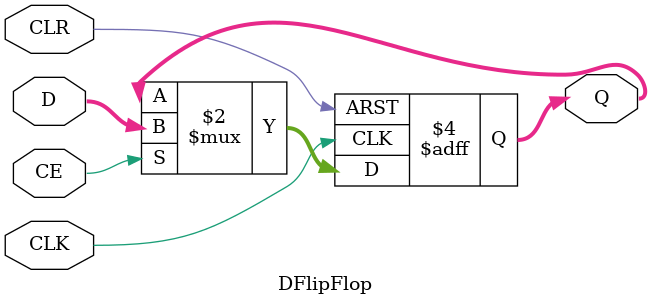
<source format=v>
module DFlipFlop(
	input [3:0] D,
	input CLR,
	input CE,
	input CLK,
	output reg [3:0] Q
	);

always @ (posedge CLK or posedge CLR)
begin
	if(CLR)
		Q<=4'b0000;
	else if(CE)
		Q<=D;
end
endmodule
</source>
